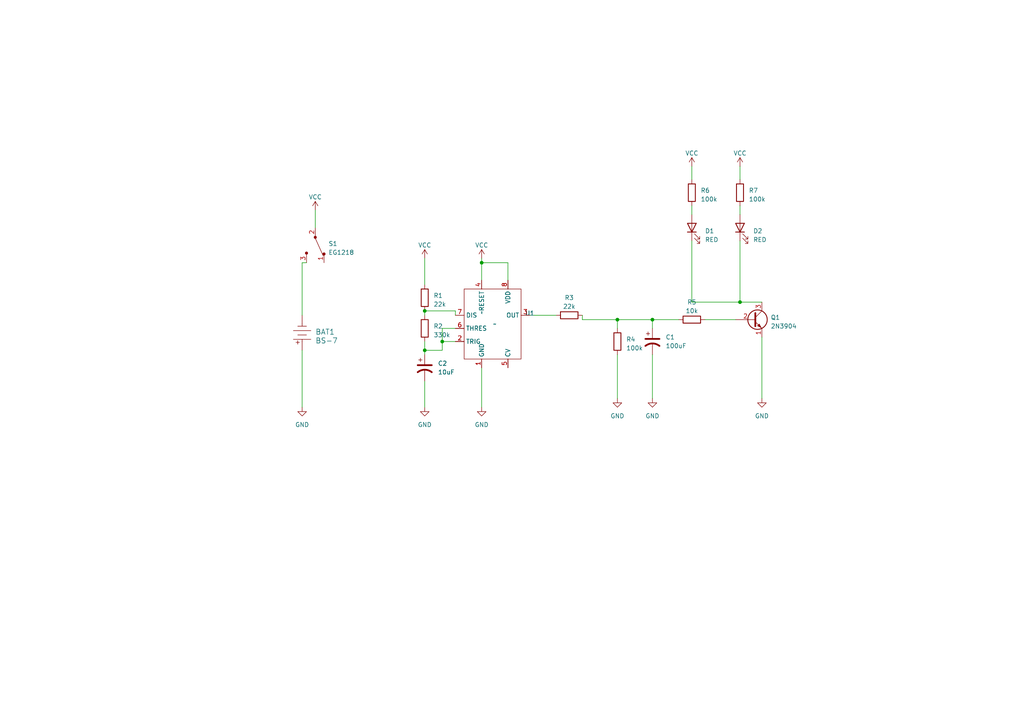
<source format=kicad_sch>
(kicad_sch (version 20230121) (generator eeschema)
  (paper "A4")
  (title_block (title "555 Badge") (date "2023-05-15") (rev "v01") (comment 7 "License: cc-by4.0") (comment 8 "Author: Taewan Kim"))
  (lib_symbols
    (symbol "Device:C_Polarized_US" (pin_numbers hide) (pin_names (offset 0.254) hide)
      (property "Reference" "C" (at 0.635 2.54 0))
      (property "Value" "C_Polarized_US" (at 0.635 -2.54 0))
      (symbol "C_Polarized_US_0_1"
        (polyline (pts (xy -2.032 0.762) (xy 2.032 0.762)) (stroke (width 0.508)))
        (polyline (pts (xy -1.778 2.286) (xy -0.762 2.286)))
        (polyline (pts (xy -1.27 1.778) (xy -1.27 2.794)))
        (arc (start 2.032 -1.27) (mid 0 -0.5572) (end -2.032 -1.27) (stroke (width 0.508)))
      )
      (symbol "C_Polarized_US_1_1"
        (pin passive line (at 0 3.81 270) (length 2.794) (name "~") (number "1"))
        (pin passive line (at 0 -3.81 90) (length 3.302) (name "~") (number "2"))
      )
    )
    (symbol "Device:LED" (pin_numbers hide) (pin_names (offset 1.016) hide)
      (property "Reference" "D" (at 0 2.54 0))
      (property "Value" "LED" (at 0 -2.54 0))
      (symbol "LED_0_1"
        (polyline (pts (xy -1.27 -1.27) (xy -1.27 1.27)) (stroke (width 0.254)))
        (polyline (pts (xy -1.27 0) (xy 1.27 0)))
        (polyline (pts (xy 1.27 -1.27) (xy 1.27 1.27) (xy -1.27 0) (xy 1.27 -1.27)) (stroke (width 0.254)))
        (polyline (pts (xy -3.048 -0.762) (xy -4.572 -2.286) (xy -3.81 -2.286) (xy -4.572 -2.286) (xy -4.572 -1.524)))
        (polyline (pts (xy -1.778 -0.762) (xy -3.302 -2.286) (xy -2.54 -2.286) (xy -3.302 -2.286) (xy -3.302 -1.524)))
      )
      (symbol "LED_1_1"
        (pin passive line (at -3.81 0 0) (length 2.54) (name "K") (number "1"))
        (pin passive line (at 3.81 0 180) (length 2.54) (name "A") (number "2"))
      )
    )
    (symbol "Device:R" (pin_numbers hide) (pin_names (offset 0))
      (property "Reference" "R" (at 2.032 0 90))
      (property "Value" "R" (at 0 0 90))
      (symbol "R_0_1"
        (rectangle (start -1.016 -2.54) (end 1.016 2.54) (stroke (width 0.254)))
      )
      (symbol "R_1_1"
        (pin passive line (at 0 3.81 270) (length 1.27) (name "~") (number "1"))
        (pin passive line (at 0 -3.81 90) (length 1.27) (name "~") (number "2"))
      )
    )
    (symbol "New_Library:7555"
      (property "Reference" "U" (at -1.27 20.32 0))
      (symbol "7555_0_1"
        (rectangle (start -8.89 10.16) (end 7.62 -10.16))
      )
      (symbol "7555_1_1"
        (pin input line (at -3.81 -12.7 90) (length 2.54) (name "GND") (number "1"))
        (pin input line (at -11.43 -5.08 0) (length 2.54) (name "TRIG") (number "2"))
        (pin input line (at 10.16 2.54 180) (length 2.54) (name "OUT") (number "3"))
        (pin input line (at -3.81 12.7 270) (length 2.54) (name "~RESET") (number "4"))
        (pin input line (at 3.81 -12.7 90) (length 2.54) (name "CV") (number "5"))
        (pin input line (at -11.43 -1.27 0) (length 2.54) (name "THRES") (number "6"))
        (pin input line (at -11.43 2.54 0) (length 2.54) (name "DIS") (number "7"))
        (pin input line (at 3.81 12.7 270) (length 2.54) (name "VDD") (number "8"))
      )
    )
    (symbol "Transistor_BJT:2N3904" (pin_names (offset 0) hide)
      (property "Reference" "Q" (at 5.08 1.905 0))
      (property "Value" "2N3904" (at 5.08 0 0))
      (symbol "2N3904_0_1"
        (polyline (pts (xy 0.635 0.635) (xy 2.54 2.54)))
        (polyline (pts (xy 0.635 -0.635) (xy 2.54 -2.54) (xy 2.54 -2.54)))
        (polyline (pts (xy 0.635 1.905) (xy 0.635 -1.905) (xy 0.635 -1.905)) (stroke (width 0.508)))
        (polyline (pts (xy 1.27 -1.778) (xy 1.778 -1.27) (xy 2.286 -2.286) (xy 1.27 -1.778) (xy 1.27 -1.778)) (fill (type outline)))
        (circle (center 1.27 0) (radius 2.8194) (stroke (width 0.254)))
      )
      (symbol "2N3904_1_1"
        (pin passive line (at 2.54 -5.08 90) (length 2.54) (name "E") (number "1"))
        (pin passive line (at -5.08 0 0) (length 5.715) (name "B") (number "2"))
        (pin passive line (at 2.54 5.08 270) (length 2.54) (name "C") (number "3"))
      )
    )
    (symbol "dk_Battery-Holders-Clips-Contacts:BS-7" (pin_numbers hide) (pin_names (offset 1.016))
      (property "Reference" "BAT" (at -1.27 3.81 0))
      (property "Value" "BS-7" (at -1.27 -3.81 0))
      (symbol "BS-7_1_1"
        (polyline (pts (xy 0 -2.54) (xy 0 -1.905)))
        (polyline (pts (xy 0 1.905) (xy 0 2.54)))
        (polyline (pts (xy 1.27 -1.905) (xy -1.27 -1.905)))
        (polyline (pts (xy 1.27 0.635) (xy -1.27 0.635)))
        (polyline (pts (xy 1.27 2.286) (xy 1.27 3.302)))
        (polyline (pts (xy 1.778 2.794) (xy 0.762 2.794)))
        (polyline (pts (xy 2.54 -0.635) (xy -2.54 -0.635)))
        (polyline (pts (xy 2.54 1.905) (xy -2.54 1.905)))
        (pin power_out line (at 0 -5.08 90) (length 2.54) (name "~") (number "Neg"))
        (pin power_out line (at 0 5.08 270) (length 2.54) (name "~") (number "Pos"))
      )
    )
    (symbol "dk_Slide-Switches:EG1218" (pin_names (offset 0))
      (property "Reference" "S" (at -3.81 2.286 0))
      (property "Value" "EG1218" (at 0 -5.334 0))
      (symbol "EG1218_0_1"
        (circle (center -2.286 0) (radius 0.3556) (fill (type outline)))
        (polyline (pts (xy -2.032 0) (xy 3.048 2.286)))
        (circle (center 2.286 -2.54) (radius 0.3556) (fill (type outline)))
        (circle (center 2.54 2.54) (radius 0.3556) (fill (type outline)))
      )
      (symbol "EG1218_1_1"
        (pin passive line (at 5.08 2.54 180) (length 2.54) (name "~") (number "1"))
        (pin passive line (at -5.08 0 0) (length 2.54) (name "~") (number "2"))
        (pin passive line (at 5.08 -2.54 180) (length 2.54) (name "~") (number "3"))
      )
    )
    (symbol "power:GND" (power) (pin_names (offset 0))
      (property "Value" "GND" (at 0 -3.81 0))
      (symbol "GND_0_1"
        (polyline (pts (xy 0 0) (xy 0 -1.27) (xy 1.27 -1.27) (xy 0 -2.54) (xy -1.27 -1.27) (xy 0 -1.27)))
      )
      (symbol "GND_1_1"
        (pin power_in line (at 0 0 270) (length 0) hide (name "GND") (number "1"))
      )
    )
    (symbol "power:VCC" (power) (pin_names (offset 0))
      (property "Value" "VCC" (at 0 3.81 0))
      (symbol "VCC_0_1"
        (polyline (pts (xy -0.762 1.27) (xy 0 2.54)))
        (polyline (pts (xy 0 0) (xy 0 2.54)))
        (polyline (pts (xy 0 2.54) (xy 0.762 1.27)))
      )
      (symbol "VCC_1_1"
        (pin power_in line (at 0 0 90) (length 0) hide (name "VCC") (number "1"))
      )
    )
  )
  (junction (at 123.19 90.17))
  (junction (at 189.23 92.71))
  (junction (at 123.19 101.6))
  (junction (at 214.63 87.63))
  (junction (at 179.07 92.71))
  (junction (at 139.7 76.2))
  (junction (at 128.27 99.06))
  (wire (pts (xy 87.63 76.2) (xy 88.9 76.2)))
  (wire (pts (xy 139.7 74.93) (xy 139.7 76.2)))
  (wire (pts (xy 220.98 97.79) (xy 220.98 115.57)))
  (wire (pts (xy 139.7 76.2) (xy 139.7 81.28)))
  (wire (pts (xy 139.7 76.2) (xy 147.32 76.2)))
  (wire (pts (xy 214.63 59.69) (xy 214.63 62.23)))
  (wire (pts (xy 214.63 48.26) (xy 214.63 52.07)))
  (wire (pts (xy 123.19 110.49) (xy 123.19 118.11)))
  (wire (pts (xy 153.67 91.44) (xy 161.29 91.44)))
  (wire (pts (xy 189.23 92.71) (xy 179.07 92.71)))
  (wire (pts (xy 123.19 101.6) (xy 128.27 101.6)))
  (wire (pts (xy 87.63 101.6) (xy 87.63 118.11)))
  (wire (pts (xy 147.32 81.28) (xy 147.32 76.2)))
  (wire (pts (xy 132.08 91.44) (xy 132.08 90.17)))
  (wire (pts (xy 132.08 90.17) (xy 123.19 90.17)))
  (wire (pts (xy 139.7 106.68) (xy 139.7 118.11)))
  (wire (pts (xy 189.23 102.87) (xy 189.23 115.57)))
  (wire (pts (xy 179.07 92.71) (xy 179.07 95.25)))
  (wire (pts (xy 132.08 95.25) (xy 128.27 95.25)))
  (wire (pts (xy 123.19 101.6) (xy 123.19 102.87)))
  (wire (pts (xy 189.23 92.71) (xy 189.23 95.25)))
  (wire (pts (xy 204.47 92.71) (xy 213.36 92.71)))
  (wire (pts (xy 200.66 59.69) (xy 200.66 62.23)))
  (wire (pts (xy 123.19 99.06) (xy 123.19 101.6)))
  (wire (pts (xy 200.66 48.26) (xy 200.66 52.07)))
  (wire (pts (xy 128.27 99.06) (xy 128.27 101.6)))
  (wire (pts (xy 128.27 99.06) (xy 132.08 99.06)))
  (wire (pts (xy 128.27 95.25) (xy 128.27 99.06)))
  (wire (pts (xy 214.63 69.85) (xy 214.63 87.63)))
  (wire (pts (xy 168.91 92.71) (xy 168.91 91.44)))
  (wire (pts (xy 123.19 74.93) (xy 123.19 82.55)))
  (wire (pts (xy 87.63 91.44) (xy 87.63 76.2)))
  (wire (pts (xy 91.44 60.96) (xy 91.44 66.04)))
  (wire (pts (xy 196.85 92.71) (xy 189.23 92.71)))
  (wire (pts (xy 123.19 90.17) (xy 123.19 91.44)))
  (wire (pts (xy 179.07 102.87) (xy 179.07 115.57)))
  (wire (pts (xy 200.66 69.85) (xy 200.66 87.63)))
  (wire (pts (xy 214.63 87.63) (xy 220.98 87.63)))
  (wire (pts (xy 179.07 92.71) (xy 168.91 92.71)))
  (wire (pts (xy 200.66 87.63) (xy 214.63 87.63)))
  (symbol (lib_id "Device:R") (at 123.19 86.36 0) (unit 1)
    (property "Reference" "R1" (at 125.73 85.725 0) (effects (justify left)))
    (property "Value" "22k" (at 125.73 88.265 0) (effects (justify left)))
  )
  (symbol (lib_id "power:GND") (at 220.98 115.57 0) (unit 1)
    (property "Reference" "#PWR09" (effects hide))
    (property "Value" "GND" (at 220.98 120.65 0))
  )
  (symbol (lib_id "power:GND") (at 139.7 118.11 0) (unit 1)
    (property "Reference" "#PWR03" (effects hide))
    (property "Value" "GND" (at 139.7 123.19 0))
  )
  (symbol (lib_id "power:VCC") (at 214.63 48.26 0) (unit 1)
    (property "Reference" "#PWR08" (effects hide))
    (property "Value" "VCC" (at 214.63 44.45 0))
  )
  (symbol (lib_id "power:GND") (at 87.63 118.11 0) (unit 1)
    (property "Reference" "#PWR02" (effects hide))
    (property "Value" "GND" (at 87.63 123.19 0))
  )
  (symbol (lib_id "power:VCC") (at 91.44 60.96 0) (unit 1)
    (property "Reference" "#PWR06" (effects hide))
    (property "Value" "VCC" (at 91.44 57.15 0))
  )
  (symbol (lib_id "New_Library:7555") (at 143.51 93.98 0) (unit 1)
    (property "Reference" "U1" (at 153.67 90.8559 0))
    (property "Value" "~" (at 143.51 93.98 0))
  )
  (symbol (lib_id "Device:R") (at 165.1 91.44 90) (unit 1)
    (property "Reference" "R3" (at 165.1 86.36 90))
    (property "Value" "22k" (at 165.1 88.9 90))
  )
  (symbol (lib_id "power:GND") (at 189.23 115.57 0) (unit 1)
    (property "Reference" "#PWR05" (effects hide))
    (property "Value" "GND" (at 189.23 120.65 0))
  )
  (symbol (lib_id "power:VCC") (at 200.66 48.26 0) (unit 1)
    (property "Reference" "#PWR07" (effects hide))
    (property "Value" "VCC" (at 200.66 44.45 0))
  )
  (symbol (lib_id "Device:R") (at 200.66 55.88 0) (unit 1)
    (property "Reference" "R6" (at 203.2 55.245 0) (effects (justify left)))
    (property "Value" "100k" (at 203.2 57.785 0) (effects (justify left)))
  )
  (symbol (lib_id "Device:C_Polarized_US") (at 123.19 106.68 0) (unit 1)
    (property "Reference" "C2" (at 127 105.41 0) (effects (justify left)))
    (property "Value" "10uF" (at 127 107.95 0) (effects (justify left)))
  )
  (symbol (lib_id "Device:R") (at 214.63 55.88 0) (unit 1)
    (property "Reference" "R7" (at 217.17 55.245 0) (effects (justify left)))
    (property "Value" "100k" (at 217.17 57.785 0) (effects (justify left)))
  )
  (symbol (lib_id "dk_Slide-Switches:EG1218") (at 91.44 71.12 270) (unit 1)
    (property "Reference" "S1" (at 95.25 70.6882 90) (effects (justify left)))
    (property "Value" "EG1218" (at 95.25 73.2282 90) (effects (justify left)))
    (property "Footprint" "digikey-footprints:Switch_Slide_11.6x4mm_EG1218" (effects hide))
    (property "Datasheet" "http://spec_sheets.e-switch.com/specs/P040040.pdf" (effects hide))
    (property "Digi-Key_PN" "EG1903-ND" (effects hide))
    (property "MPN" "EG1218" (effects hide))
    (property "Category" "Switches" (effects hide))
    (property "Family" "Slide Switches" (effects hide))
    (property "DK_Datasheet_Link" "http://spec_sheets.e-switch.com/specs/P040040.pdf" (effects hide))
    (property "DK_Detail_Page" "/product-detail/en/e-switch/EG1218/EG1903-ND/101726" (effects hide))
    (property "Description" "SWITCH SLIDE SPDT 200MA 30V" (effects hide))
    (property "Manufacturer" "E-Switch" (effects hide))
    (property "Status" "Active" (effects hide))
  )
  (symbol (lib_id "power:GND") (at 123.19 118.11 0) (unit 1)
    (property "Reference" "#PWR01" (effects hide))
    (property "Value" "GND" (at 123.19 123.19 0))
  )
  (symbol (lib_id "power:VCC") (at 123.19 74.93 0) (unit 1)
    (property "Reference" "#PWR011" (effects hide))
    (property "Value" "VCC" (at 123.19 71.12 0))
  )
  (symbol (lib_id "Device:LED") (at 214.63 66.04 90) (unit 1)
    (property "Reference" "D2" (at 218.44 66.9925 90) (effects (justify right)))
    (property "Value" "RED" (at 218.44 69.5325 90) (effects (justify right)))
  )
  (symbol (lib_id "Device:R") (at 123.19 95.25 0) (unit 1)
    (property "Reference" "R2" (at 125.73 94.615 0) (effects (justify left)))
    (property "Value" "330k" (at 125.73 97.155 0) (effects (justify left)))
  )
  (symbol (lib_id "Device:R") (at 179.07 99.06 0) (unit 1)
    (property "Reference" "R4" (at 181.61 98.425 0) (effects (justify left)))
    (property "Value" "100k" (at 181.61 100.965 0) (effects (justify left)))
  )
  (symbol (lib_id "Device:LED") (at 200.66 66.04 90) (unit 1)
    (property "Reference" "D1" (at 204.47 66.9925 90) (effects (justify right)))
    (property "Value" "RED" (at 204.47 69.5325 90) (effects (justify right)))
  )
  (symbol (lib_id "power:GND") (at 179.07 115.57 0) (unit 1)
    (property "Reference" "#PWR04" (effects hide))
    (property "Value" "GND" (at 179.07 120.65 0))
  )
  (symbol (lib_id "Transistor_BJT:2N3904") (at 218.44 92.71 0) (unit 1)
    (property "Reference" "Q1" (at 223.52 92.075 0) (effects (justify left)))
    (property "Value" "2N3904" (at 223.52 94.615 0) (effects (justify left)))
    (property "Footprint" "Package_TO_SOT_THT:TO-92_Inline" (effects hide))
    (property "Datasheet" "https://www.onsemi.com/pub/Collateral/2N3903-D.PDF" (effects hide))
  )
  (symbol (lib_id "power:VCC") (at 139.7 74.93 0) (unit 1)
    (property "Reference" "#PWR010" (effects hide))
    (property "Value" "VCC" (at 139.7 71.12 0))
  )
  (symbol (lib_id "dk_Battery-Holders-Clips-Contacts:BS-7") (at 87.63 96.52 180) (unit 1)
    (property "Reference" "BAT1" (at 91.44 96.266 0) (effects (font (size 1.524 1.524)) (justify right)))
    (property "Value" "BS-7" (at 91.44 98.806 0) (effects (font (size 1.524 1.524)) (justify right)))
    (property "Footprint" "digikey-footprints:Battery_Holder_Coin_2032_BS-7" (effects hide))
    (property "Datasheet" "http://www.memoryprotectiondevices.com/datasheets/BS-7-datasheet.pdf" (effects hide))
    (property "Digi-Key_PN" "BS-7-ND" (effects hide))
    (property "MPN" "BS-7" (effects hide))
    (property "Category" "Battery Products" (effects hide))
    (property "Family" "Battery Holders, Clips, Contacts" (effects hide))
    (property "DK_Datasheet_Link" "http://www.memoryprotectiondevices.com/datasheets/BS-7-datasheet.pdf" (effects hide))
    (property "DK_Detail_Page" "/product-detail/en/mpd-memory-protection-devices/BS-7/BS-7-ND/389447" (effects hide))
    (property "Description" "BATTERY HOLDER COIN 20MM PC PIN" (effects hide))
    (property "Manufacturer" "MPD (Memory Protection Devices)" (effects hide))
    (property "Status" "Active" (effects hide))
  )
  (symbol (lib_id "Device:R") (at 200.66 92.71 90) (unit 1)
    (property "Reference" "R5" (at 200.66 87.63 90))
    (property "Value" "10k" (at 200.66 90.17 90))
  )
  (symbol (lib_id "Device:C_Polarized_US") (at 189.23 99.06 0) (unit 1)
    (property "Reference" "C1" (at 193.04 97.79 0) (effects (justify left)))
    (property "Value" "100uF" (at 193.04 100.33 0) (effects (justify left)))
  )
)
</source>
